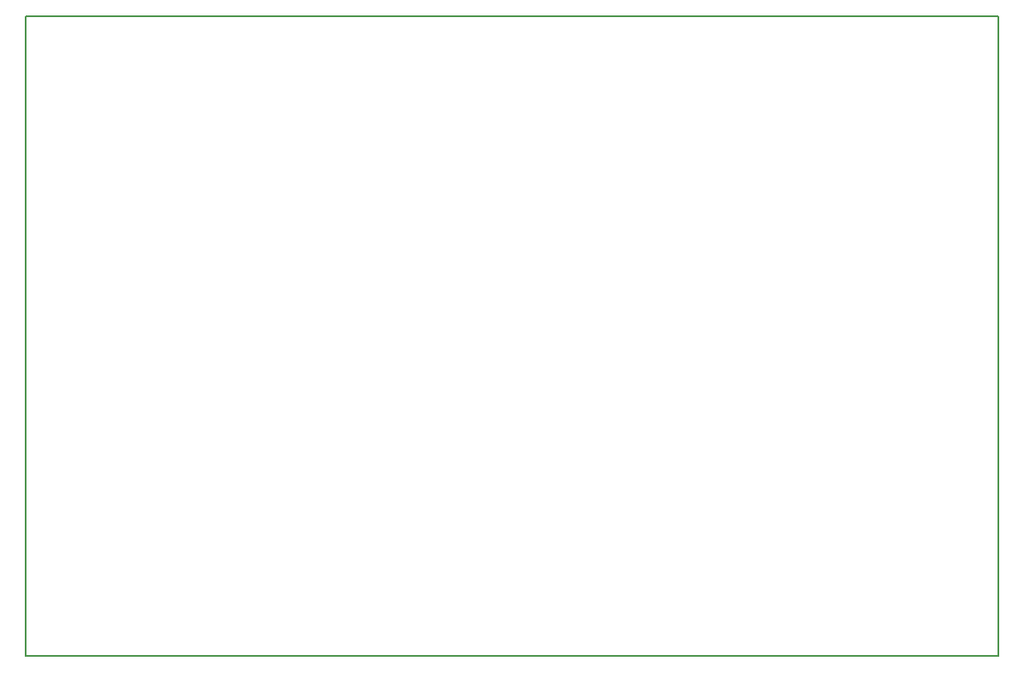
<source format=gm1>
G04 MADE WITH FRITZING*
G04 WWW.FRITZING.ORG*
G04 DOUBLE SIDED*
G04 HOLES PLATED*
G04 CONTOUR ON CENTER OF CONTOUR VECTOR*
%ASAXBY*%
%FSLAX23Y23*%
%MOIN*%
%OFA0B0*%
%SFA1.0B1.0*%
%ADD10R,3.799210X2.500000*%
%ADD11C,0.008000*%
%ADD10C,0.008*%
%LNCONTOUR*%
G90*
G70*
G54D10*
G54D11*
X4Y2496D02*
X3795Y2496D01*
X3795Y4D01*
X4Y4D01*
X4Y2496D01*
D02*
G04 End of contour*
M02*
</source>
